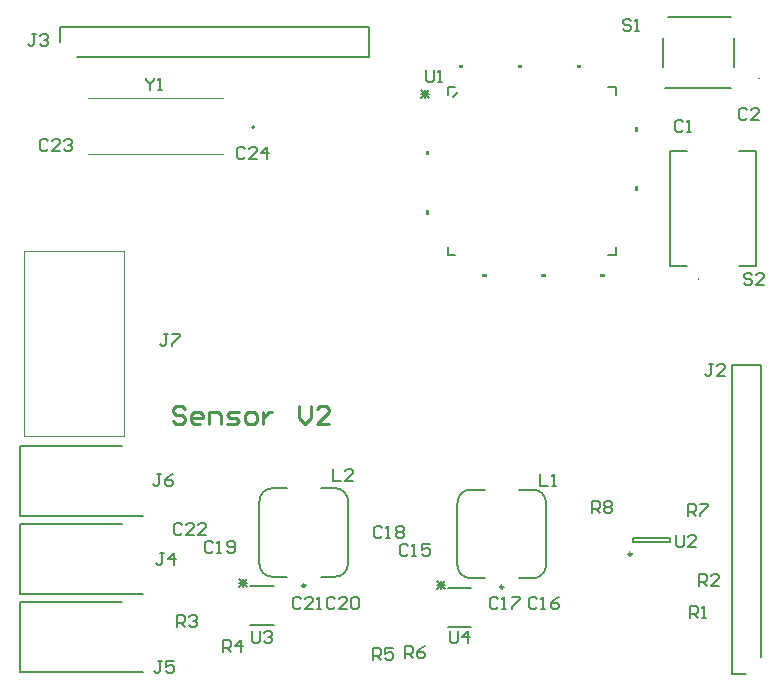
<source format=gto>
G04*
G04 #@! TF.GenerationSoftware,Altium Limited,Altium Designer,24.7.2 (38)*
G04*
G04 Layer_Color=65535*
%FSLAX25Y25*%
%MOIN*%
G70*
G04*
G04 #@! TF.SameCoordinates,17647D21-3567-4D15-9BF9-88849ECC23B8*
G04*
G04*
G04 #@! TF.FilePolarity,Positive*
G04*
G01*
G75*
%ADD10C,0.00984*%
%ADD11C,0.00787*%
%ADD12C,0.00394*%
%ADD13C,0.00600*%
%ADD14C,0.01000*%
G36*
X336002Y285700D02*
X334502D01*
Y284700D01*
X336002D01*
Y285700D01*
D02*
G37*
G36*
X316700Y306971D02*
X315700D01*
Y305470D01*
X316700D01*
Y306971D01*
D02*
G37*
G36*
Y326656D02*
X315700D01*
Y325155D01*
X316700D01*
Y326656D01*
D02*
G37*
G36*
X328128Y354300D02*
X326628D01*
Y355300D01*
X328128D01*
Y354300D01*
D02*
G37*
G36*
X347813D02*
X346313D01*
Y355300D01*
X347813D01*
Y354300D01*
D02*
G37*
G36*
X355687Y285700D02*
X354187D01*
Y284700D01*
X355687D01*
Y285700D01*
D02*
G37*
G36*
X375372D02*
X373872D01*
Y284700D01*
X375372D01*
Y285700D01*
D02*
G37*
G36*
X385300Y314844D02*
X386300D01*
Y313345D01*
X385300D01*
Y314844D01*
D02*
G37*
G36*
Y334529D02*
X386300D01*
Y333030D01*
X385300D01*
Y334529D01*
D02*
G37*
G36*
X367498Y354300D02*
X365998D01*
Y355300D01*
X367498D01*
Y354300D01*
D02*
G37*
D10*
X275492Y181783D02*
G03*
X275492Y181783I-492J0D01*
G01*
X341492Y181283D02*
G03*
X341492Y181283I-492J0D01*
G01*
X384209Y192276D02*
G03*
X384209Y192276I-492J0D01*
G01*
D11*
X285433Y184736D02*
G03*
X289764Y189067I0J4331D01*
G01*
Y209933D02*
G03*
X285433Y214264I-4331J0D01*
G01*
X264567D02*
G03*
X260236Y209933I0J-4331D01*
G01*
Y189067D02*
G03*
X264567Y184736I4331J0D01*
G01*
X258177Y335000D02*
G03*
X258177Y334213I0J-394D01*
G01*
D02*
G03*
X258177Y335000I0J394D01*
G01*
X326236Y188567D02*
G03*
X330567Y184236I4331J0D01*
G01*
Y213764D02*
G03*
X326236Y209433I0J-4331D01*
G01*
X355764D02*
G03*
X351433Y213764I-4331J0D01*
G01*
Y184236D02*
G03*
X355764Y188567I0J4331D01*
G01*
X280709Y184736D02*
X285433D01*
X280709Y214264D02*
X285433D01*
X264567D02*
X269291D01*
X289764Y189067D02*
Y209933D01*
X264567Y184736D02*
X269291D01*
X260236Y189067D02*
Y209933D01*
X394689Y354776D02*
Y364224D01*
X396264Y371311D02*
X417524D01*
X418311Y354776D02*
Y364224D01*
X395476Y347689D02*
X417524D01*
X420161Y288248D02*
X425791D01*
X425673Y326752D02*
X425791Y288248D01*
X420161Y326752D02*
X425673D01*
X397209D02*
X402839D01*
X397209Y288248D02*
Y326752D01*
Y288248D02*
X402839D01*
X180358Y176362D02*
X214413D01*
X180358Y153016D02*
Y176362D01*
Y153016D02*
X221500D01*
X180358Y205016D02*
X221500D01*
X180358D02*
Y228362D01*
X214413D01*
X180358Y179016D02*
X221500D01*
X180358D02*
Y202362D01*
X214413D01*
X417579Y152213D02*
X422500D01*
X417579D02*
Y255165D01*
X427421D01*
Y158000D02*
Y255165D01*
X193713Y363000D02*
Y367921D01*
X296665D01*
Y358079D02*
Y367921D01*
X199500Y358079D02*
X296665D01*
X326236Y188567D02*
Y209433D01*
X330567Y184236D02*
X335291D01*
X355764Y188567D02*
Y209433D01*
X330567Y213764D02*
X335291D01*
X346709D02*
X351433D01*
X346709Y184236D02*
X351433D01*
X384898Y197591D02*
X397102D01*
X384898Y196409D02*
X397102D01*
Y197591D01*
X384898Y196409D02*
Y197591D01*
D12*
X426579Y350839D02*
G03*
X426972Y350839I197J0D01*
G01*
D02*
G03*
X426579Y350839I-197J0D01*
G01*
X406500Y284272D02*
G03*
X406500Y283878I0J-197D01*
G01*
D02*
G03*
X406500Y284272I0J197D01*
G01*
X203059Y325551D02*
X247941D01*
X203059Y344449D02*
X247941D01*
X181736Y231516D02*
Y293484D01*
X215201D01*
Y231516D02*
Y293484D01*
X181736Y231516D02*
X215201D01*
D13*
X324728Y344628D02*
X326372Y346272D01*
X323050Y292050D02*
X325518D01*
X378950D02*
Y294518D01*
X376482Y347950D02*
X378950D01*
X323050Y345482D02*
Y347950D01*
Y292050D02*
Y294518D01*
X376482Y292050D02*
X378950D01*
Y345482D02*
Y347950D01*
X323050D02*
X325518D01*
X257175Y168760D02*
X265075D01*
X257175Y181760D02*
X265075D01*
X323000Y168000D02*
X330900D01*
X323000Y181000D02*
X330900D01*
X315834Y353499D02*
Y350167D01*
X316501Y349501D01*
X317834D01*
X318500Y350167D01*
Y353499D01*
X319833Y349501D02*
X321166D01*
X320499D01*
Y353499D01*
X319833Y352833D01*
X313950Y346939D02*
X316616Y344273D01*
X313950D02*
X316616Y346939D01*
X313950Y345606D02*
X316616D01*
X315283Y344273D02*
Y346939D01*
X284668Y220499D02*
Y216501D01*
X287334D01*
X291332D02*
X288667D01*
X291332Y219166D01*
Y219833D01*
X290666Y220499D01*
X289333D01*
X288667Y219833D01*
X384000Y369833D02*
X383334Y370499D01*
X382001D01*
X381334Y369833D01*
Y369166D01*
X382001Y368500D01*
X383334D01*
X384000Y367834D01*
Y367167D01*
X383334Y366501D01*
X382001D01*
X381334Y367167D01*
X385333Y366501D02*
X386666D01*
X385999D01*
Y370499D01*
X385333Y369833D01*
X352667Y177333D02*
X352001Y177999D01*
X350668D01*
X350002Y177333D01*
Y174667D01*
X350668Y174001D01*
X352001D01*
X352667Y174667D01*
X354000Y174001D02*
X355333D01*
X354667D01*
Y177999D01*
X354000Y177333D01*
X359998Y177999D02*
X358665Y177333D01*
X357333Y176000D01*
Y174667D01*
X357999Y174001D01*
X359332D01*
X359998Y174667D01*
Y175333D01*
X359332Y176000D01*
X357333D01*
X298168Y157001D02*
Y160999D01*
X300167D01*
X300834Y160333D01*
Y159000D01*
X300167Y158334D01*
X298168D01*
X299501D02*
X300834Y157001D01*
X304832Y160999D02*
X302167D01*
Y159000D01*
X303499Y159667D01*
X304166D01*
X304832Y159000D01*
Y157667D01*
X304166Y157001D01*
X302833D01*
X302167Y157667D01*
X234334Y201833D02*
X233668Y202499D01*
X232335D01*
X231668Y201833D01*
Y199167D01*
X232335Y198501D01*
X233668D01*
X234334Y199167D01*
X238333Y198501D02*
X235667D01*
X238333Y201167D01*
Y201833D01*
X237666Y202499D01*
X236334D01*
X235667Y201833D01*
X242332Y198501D02*
X239666D01*
X242332Y201167D01*
Y201833D01*
X241665Y202499D01*
X240332D01*
X239666Y201833D01*
X424334Y285333D02*
X423667Y285999D01*
X422334D01*
X421668Y285333D01*
Y284666D01*
X422334Y284000D01*
X423667D01*
X424334Y283334D01*
Y282667D01*
X423667Y282001D01*
X422334D01*
X421668Y282667D01*
X428332Y282001D02*
X425667D01*
X428332Y284666D01*
Y285333D01*
X427666Y285999D01*
X426333D01*
X425667Y285333D01*
X253500Y184032D02*
X256166Y181367D01*
X253500D02*
X256166Y184032D01*
X253500Y182699D02*
X256166D01*
X254833Y181367D02*
Y184032D01*
X319325Y183272D02*
X321991Y180607D01*
X319325D02*
X321991Y183272D01*
X319325Y181939D02*
X321991D01*
X320658Y180607D02*
Y183272D01*
X274001Y177333D02*
X273334Y177999D01*
X272001D01*
X271335Y177333D01*
Y174667D01*
X272001Y174001D01*
X273334D01*
X274001Y174667D01*
X277999Y174001D02*
X275334D01*
X277999Y176666D01*
Y177333D01*
X277333Y177999D01*
X276000D01*
X275334Y177333D01*
X279332Y174001D02*
X280665D01*
X279999D01*
Y177999D01*
X279332Y177333D01*
X285334D02*
X284668Y177999D01*
X283335D01*
X282668Y177333D01*
Y174667D01*
X283335Y174001D01*
X284668D01*
X285334Y174667D01*
X289333Y174001D02*
X286667D01*
X289333Y176666D01*
Y177333D01*
X288666Y177999D01*
X287334D01*
X286667Y177333D01*
X290666D02*
X291332Y177999D01*
X292665D01*
X293332Y177333D01*
Y174667D01*
X292665Y174001D01*
X291332D01*
X290666Y174667D01*
Y177333D01*
X371168Y206001D02*
Y209999D01*
X373167D01*
X373834Y209333D01*
Y208000D01*
X373167Y207334D01*
X371168D01*
X372501D02*
X373834Y206001D01*
X375167Y209333D02*
X375833Y209999D01*
X377166D01*
X377832Y209333D01*
Y208666D01*
X377166Y208000D01*
X377832Y207334D01*
Y206667D01*
X377166Y206001D01*
X375833D01*
X375167Y206667D01*
Y207334D01*
X375833Y208000D01*
X375167Y208666D01*
Y209333D01*
X375833Y208000D02*
X377166D01*
X403168Y205001D02*
Y208999D01*
X405167D01*
X405834Y208333D01*
Y207000D01*
X405167Y206334D01*
X403168D01*
X404501D02*
X405834Y205001D01*
X407166Y208999D02*
X409832D01*
Y208333D01*
X407166Y205667D01*
Y205001D01*
X227834Y156499D02*
X226501D01*
X227167D01*
Y153167D01*
X226501Y152501D01*
X225834D01*
X225168Y153167D01*
X231832Y156499D02*
X229167D01*
Y154500D01*
X230499Y155166D01*
X231166D01*
X231832Y154500D01*
Y153167D01*
X231166Y152501D01*
X229833D01*
X229167Y153167D01*
X227334Y218999D02*
X226001D01*
X226667D01*
Y215667D01*
X226001Y215001D01*
X225334D01*
X224668Y215667D01*
X231332Y218999D02*
X229999Y218333D01*
X228666Y217000D01*
Y215667D01*
X229333Y215001D01*
X230666D01*
X231332Y215667D01*
Y216334D01*
X230666Y217000D01*
X228666D01*
X228334Y192499D02*
X227001D01*
X227667D01*
Y189167D01*
X227001Y188501D01*
X226334D01*
X225668Y189167D01*
X231666Y188501D02*
Y192499D01*
X229666Y190500D01*
X232332D01*
X255334Y327441D02*
X254668Y328107D01*
X253335D01*
X252668Y327441D01*
Y324775D01*
X253335Y324109D01*
X254668D01*
X255334Y324775D01*
X259333Y324109D02*
X256667D01*
X259333Y326775D01*
Y327441D01*
X258666Y328107D01*
X257334D01*
X256667Y327441D01*
X262665Y324109D02*
Y328107D01*
X260666Y326108D01*
X263332D01*
X189834Y329833D02*
X189168Y330499D01*
X187835D01*
X187168Y329833D01*
Y327167D01*
X187835Y326501D01*
X189168D01*
X189834Y327167D01*
X193833Y326501D02*
X191167D01*
X193833Y329166D01*
Y329833D01*
X193166Y330499D01*
X191833D01*
X191167Y329833D01*
X195166D02*
X195832Y330499D01*
X197165D01*
X197832Y329833D01*
Y329166D01*
X197165Y328500D01*
X196499D01*
X197165D01*
X197832Y327834D01*
Y327167D01*
X197165Y326501D01*
X195832D01*
X195166Y327167D01*
X222334Y350999D02*
Y350333D01*
X223667Y349000D01*
X225000Y350333D01*
Y350999D01*
X223667Y349000D02*
Y347001D01*
X226333D02*
X227666D01*
X226999D01*
Y350999D01*
X226333Y350333D01*
X323668Y166499D02*
Y163167D01*
X324334Y162501D01*
X325667D01*
X326334Y163167D01*
Y166499D01*
X329666Y162501D02*
Y166499D01*
X327666Y164500D01*
X330332D01*
X257668Y166499D02*
Y163167D01*
X258334Y162501D01*
X259667D01*
X260334Y163167D01*
Y166499D01*
X261666Y165833D02*
X262333Y166499D01*
X263666D01*
X264332Y165833D01*
Y165166D01*
X263666Y164500D01*
X262999D01*
X263666D01*
X264332Y163833D01*
Y163167D01*
X263666Y162501D01*
X262333D01*
X261666Y163167D01*
X399168Y198499D02*
Y195167D01*
X399834Y194501D01*
X401167D01*
X401834Y195167D01*
Y198499D01*
X405832Y194501D02*
X403166D01*
X405832Y197167D01*
Y197833D01*
X405166Y198499D01*
X403833D01*
X403166Y197833D01*
X308668Y157501D02*
Y161499D01*
X310667D01*
X311334Y160833D01*
Y159500D01*
X310667Y158834D01*
X308668D01*
X310001D02*
X311334Y157501D01*
X315332Y161499D02*
X313999Y160833D01*
X312667Y159500D01*
Y158167D01*
X313333Y157501D01*
X314666D01*
X315332Y158167D01*
Y158834D01*
X314666Y159500D01*
X312667D01*
X248168Y159501D02*
Y163499D01*
X250167D01*
X250834Y162833D01*
Y161500D01*
X250167Y160834D01*
X248168D01*
X249501D02*
X250834Y159501D01*
X254166D02*
Y163499D01*
X252167Y161500D01*
X254832D01*
X232668Y168001D02*
Y171999D01*
X234667D01*
X235334Y171333D01*
Y170000D01*
X234667Y169334D01*
X232668D01*
X234001D02*
X235334Y168001D01*
X236666Y171333D02*
X237333Y171999D01*
X238666D01*
X239332Y171333D01*
Y170667D01*
X238666Y170000D01*
X237999D01*
X238666D01*
X239332Y169334D01*
Y168667D01*
X238666Y168001D01*
X237333D01*
X236666Y168667D01*
X406668Y181501D02*
Y185499D01*
X408667D01*
X409334Y184833D01*
Y183500D01*
X408667Y182834D01*
X406668D01*
X408001D02*
X409334Y181501D01*
X413332D02*
X410667D01*
X413332Y184167D01*
Y184833D01*
X412666Y185499D01*
X411333D01*
X410667Y184833D01*
X403834Y171001D02*
Y174999D01*
X405834D01*
X406500Y174333D01*
Y173000D01*
X405834Y172334D01*
X403834D01*
X405167D02*
X406500Y171001D01*
X407833D02*
X409166D01*
X408499D01*
Y174999D01*
X407833Y174333D01*
X353834Y218999D02*
Y215001D01*
X356500D01*
X357833D02*
X359166D01*
X358499D01*
Y218999D01*
X357833Y218333D01*
X229834Y265499D02*
X228501D01*
X229167D01*
Y262167D01*
X228501Y261501D01*
X227834D01*
X227168Y262167D01*
X231167Y265499D02*
X233832D01*
Y264833D01*
X231167Y262167D01*
Y261501D01*
X185834Y365499D02*
X184501D01*
X185167D01*
Y362167D01*
X184501Y361501D01*
X183834D01*
X183168Y362167D01*
X187167Y364833D02*
X187833Y365499D01*
X189166D01*
X189832Y364833D01*
Y364166D01*
X189166Y363500D01*
X188499D01*
X189166D01*
X189832Y362834D01*
Y362167D01*
X189166Y361501D01*
X187833D01*
X187167Y362167D01*
X411334Y255499D02*
X410001D01*
X410667D01*
Y252167D01*
X410001Y251501D01*
X409334D01*
X408668Y252167D01*
X415332Y251501D02*
X412667D01*
X415332Y254166D01*
Y254833D01*
X414666Y255499D01*
X413333D01*
X412667Y254833D01*
X244667Y195833D02*
X244001Y196499D01*
X242668D01*
X242002Y195833D01*
Y193167D01*
X242668Y192501D01*
X244001D01*
X244667Y193167D01*
X246000Y192501D02*
X247333D01*
X246667D01*
Y196499D01*
X246000Y195833D01*
X249333Y193167D02*
X249999Y192501D01*
X251332D01*
X251998Y193167D01*
Y195833D01*
X251332Y196499D01*
X249999D01*
X249333Y195833D01*
Y195167D01*
X249999Y194500D01*
X251998D01*
X301167Y200833D02*
X300501Y201499D01*
X299168D01*
X298502Y200833D01*
Y198167D01*
X299168Y197501D01*
X300501D01*
X301167Y198167D01*
X302500Y197501D02*
X303833D01*
X303167D01*
Y201499D01*
X302500Y200833D01*
X305833D02*
X306499Y201499D01*
X307832D01*
X308498Y200833D01*
Y200167D01*
X307832Y199500D01*
X308498Y198834D01*
Y198167D01*
X307832Y197501D01*
X306499D01*
X305833Y198167D01*
Y198834D01*
X306499Y199500D01*
X305833Y200167D01*
Y200833D01*
X306499Y199500D02*
X307832D01*
X339667Y177333D02*
X339001Y177999D01*
X337668D01*
X337002Y177333D01*
Y174667D01*
X337668Y174001D01*
X339001D01*
X339667Y174667D01*
X341000Y174001D02*
X342333D01*
X341667D01*
Y177999D01*
X341000Y177333D01*
X344333Y177999D02*
X346998D01*
Y177333D01*
X344333Y174667D01*
Y174001D01*
X309667Y194833D02*
X309001Y195499D01*
X307668D01*
X307002Y194833D01*
Y192167D01*
X307668Y191501D01*
X309001D01*
X309667Y192167D01*
X311000Y191501D02*
X312333D01*
X311667D01*
Y195499D01*
X311000Y194833D01*
X316998Y195499D02*
X314333D01*
Y193500D01*
X315666Y194167D01*
X316332D01*
X316998Y193500D01*
Y192167D01*
X316332Y191501D01*
X314999D01*
X314333Y192167D01*
X422834Y340333D02*
X422167Y340999D01*
X420834D01*
X420168Y340333D01*
Y337667D01*
X420834Y337001D01*
X422167D01*
X422834Y337667D01*
X426832Y337001D02*
X424166D01*
X426832Y339666D01*
Y340333D01*
X426166Y340999D01*
X424833D01*
X424166Y340333D01*
X401500Y336333D02*
X400834Y336999D01*
X399501D01*
X398834Y336333D01*
Y333667D01*
X399501Y333001D01*
X400834D01*
X401500Y333667D01*
X402833Y333001D02*
X404166D01*
X403499D01*
Y336999D01*
X402833Y336333D01*
D14*
X235499Y240498D02*
X234499Y241498D01*
X232500D01*
X231500Y240498D01*
Y239499D01*
X232500Y238499D01*
X234499D01*
X235499Y237499D01*
Y236500D01*
X234499Y235500D01*
X232500D01*
X231500Y236500D01*
X240497Y235500D02*
X238498D01*
X237498Y236500D01*
Y238499D01*
X238498Y239499D01*
X240497D01*
X241497Y238499D01*
Y237499D01*
X237498D01*
X243496Y235500D02*
Y239499D01*
X246495D01*
X247495Y238499D01*
Y235500D01*
X249494D02*
X252493D01*
X253493Y236500D01*
X252493Y237499D01*
X250494D01*
X249494Y238499D01*
X250494Y239499D01*
X253493D01*
X256492Y235500D02*
X258491D01*
X259491Y236500D01*
Y238499D01*
X258491Y239499D01*
X256492D01*
X255492Y238499D01*
Y236500D01*
X256492Y235500D01*
X261490Y239499D02*
Y235500D01*
Y237499D01*
X262490Y238499D01*
X263490Y239499D01*
X264489D01*
X273486Y241498D02*
Y237499D01*
X275486Y235500D01*
X277485Y237499D01*
Y241498D01*
X283483Y235500D02*
X279485D01*
X283483Y239499D01*
Y240498D01*
X282484Y241498D01*
X280484D01*
X279485Y240498D01*
M02*

</source>
